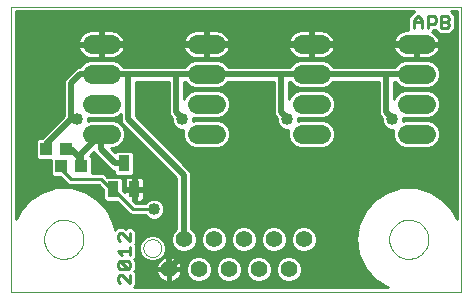
<source format=gtl>
G75*
G70*
%OFA0B0*%
%FSLAX24Y24*%
%IPPOS*%
%LPD*%
%AMOC8*
5,1,8,0,0,1.08239X$1,22.5*
%
%ADD10C,0.0000*%
%ADD11C,0.0100*%
%ADD12C,0.0634*%
%ADD13R,0.0394X0.0433*%
%ADD14C,0.0560*%
%ADD15R,0.0354X0.0551*%
%ADD16C,0.0200*%
%ADD17C,0.0400*%
D10*
X000151Y000524D02*
X000151Y010024D01*
X015151Y010024D01*
X015151Y000524D01*
X000151Y000524D01*
X001251Y002274D02*
X001253Y002324D01*
X001259Y002374D01*
X001269Y002424D01*
X001282Y002472D01*
X001299Y002520D01*
X001320Y002566D01*
X001344Y002610D01*
X001372Y002652D01*
X001403Y002692D01*
X001437Y002729D01*
X001474Y002764D01*
X001513Y002795D01*
X001554Y002824D01*
X001598Y002849D01*
X001644Y002871D01*
X001691Y002889D01*
X001739Y002903D01*
X001788Y002914D01*
X001838Y002921D01*
X001888Y002924D01*
X001939Y002923D01*
X001989Y002918D01*
X002039Y002909D01*
X002087Y002897D01*
X002135Y002880D01*
X002181Y002860D01*
X002226Y002837D01*
X002269Y002810D01*
X002309Y002780D01*
X002347Y002747D01*
X002382Y002711D01*
X002415Y002672D01*
X002444Y002631D01*
X002470Y002588D01*
X002493Y002543D01*
X002512Y002496D01*
X002527Y002448D01*
X002539Y002399D01*
X002547Y002349D01*
X002551Y002299D01*
X002551Y002249D01*
X002547Y002199D01*
X002539Y002149D01*
X002527Y002100D01*
X002512Y002052D01*
X002493Y002005D01*
X002470Y001960D01*
X002444Y001917D01*
X002415Y001876D01*
X002382Y001837D01*
X002347Y001801D01*
X002309Y001768D01*
X002269Y001738D01*
X002226Y001711D01*
X002181Y001688D01*
X002135Y001668D01*
X002087Y001651D01*
X002039Y001639D01*
X001989Y001630D01*
X001939Y001625D01*
X001888Y001624D01*
X001838Y001627D01*
X001788Y001634D01*
X001739Y001645D01*
X001691Y001659D01*
X001644Y001677D01*
X001598Y001699D01*
X001554Y001724D01*
X001513Y001753D01*
X001474Y001784D01*
X001437Y001819D01*
X001403Y001856D01*
X001372Y001896D01*
X001344Y001938D01*
X001320Y001982D01*
X001299Y002028D01*
X001282Y002076D01*
X001269Y002124D01*
X001259Y002174D01*
X001253Y002224D01*
X001251Y002274D01*
X004557Y001983D02*
X004559Y002017D01*
X004565Y002051D01*
X004575Y002084D01*
X004588Y002115D01*
X004606Y002145D01*
X004626Y002173D01*
X004650Y002198D01*
X004676Y002220D01*
X004704Y002238D01*
X004735Y002254D01*
X004767Y002266D01*
X004801Y002274D01*
X004835Y002278D01*
X004869Y002278D01*
X004903Y002274D01*
X004937Y002266D01*
X004969Y002254D01*
X004999Y002238D01*
X005028Y002220D01*
X005054Y002198D01*
X005078Y002173D01*
X005098Y002145D01*
X005116Y002115D01*
X005129Y002084D01*
X005139Y002051D01*
X005145Y002017D01*
X005147Y001983D01*
X005145Y001949D01*
X005139Y001915D01*
X005129Y001882D01*
X005116Y001851D01*
X005098Y001821D01*
X005078Y001793D01*
X005054Y001768D01*
X005028Y001746D01*
X005000Y001728D01*
X004969Y001712D01*
X004937Y001700D01*
X004903Y001692D01*
X004869Y001688D01*
X004835Y001688D01*
X004801Y001692D01*
X004767Y001700D01*
X004735Y001712D01*
X004704Y001728D01*
X004676Y001746D01*
X004650Y001768D01*
X004626Y001793D01*
X004606Y001821D01*
X004588Y001851D01*
X004575Y001882D01*
X004565Y001915D01*
X004559Y001949D01*
X004557Y001983D01*
X012751Y002274D02*
X012753Y002324D01*
X012759Y002374D01*
X012769Y002424D01*
X012782Y002472D01*
X012799Y002520D01*
X012820Y002566D01*
X012844Y002610D01*
X012872Y002652D01*
X012903Y002692D01*
X012937Y002729D01*
X012974Y002764D01*
X013013Y002795D01*
X013054Y002824D01*
X013098Y002849D01*
X013144Y002871D01*
X013191Y002889D01*
X013239Y002903D01*
X013288Y002914D01*
X013338Y002921D01*
X013388Y002924D01*
X013439Y002923D01*
X013489Y002918D01*
X013539Y002909D01*
X013587Y002897D01*
X013635Y002880D01*
X013681Y002860D01*
X013726Y002837D01*
X013769Y002810D01*
X013809Y002780D01*
X013847Y002747D01*
X013882Y002711D01*
X013915Y002672D01*
X013944Y002631D01*
X013970Y002588D01*
X013993Y002543D01*
X014012Y002496D01*
X014027Y002448D01*
X014039Y002399D01*
X014047Y002349D01*
X014051Y002299D01*
X014051Y002249D01*
X014047Y002199D01*
X014039Y002149D01*
X014027Y002100D01*
X014012Y002052D01*
X013993Y002005D01*
X013970Y001960D01*
X013944Y001917D01*
X013915Y001876D01*
X013882Y001837D01*
X013847Y001801D01*
X013809Y001768D01*
X013769Y001738D01*
X013726Y001711D01*
X013681Y001688D01*
X013635Y001668D01*
X013587Y001651D01*
X013539Y001639D01*
X013489Y001630D01*
X013439Y001625D01*
X013388Y001624D01*
X013338Y001627D01*
X013288Y001634D01*
X013239Y001645D01*
X013191Y001659D01*
X013144Y001677D01*
X013098Y001699D01*
X013054Y001724D01*
X013013Y001753D01*
X012974Y001784D01*
X012937Y001819D01*
X012903Y001856D01*
X012872Y001896D01*
X012844Y001938D01*
X012820Y001982D01*
X012799Y002028D01*
X012782Y002076D01*
X012769Y002124D01*
X012759Y002174D01*
X012753Y002224D01*
X012751Y002274D01*
D11*
X011676Y002101D02*
X010295Y002101D01*
X010266Y002031D02*
X010331Y002189D01*
X010331Y002360D01*
X010266Y002518D01*
X010145Y002639D01*
X009987Y002704D01*
X009816Y002704D01*
X009658Y002639D01*
X009537Y002518D01*
X009471Y002360D01*
X009471Y002189D01*
X009537Y002031D01*
X009658Y001910D01*
X009816Y001844D01*
X009987Y001844D01*
X010145Y001910D01*
X010266Y002031D01*
X010237Y002002D02*
X011690Y002002D01*
X011704Y001904D02*
X010131Y001904D01*
X010331Y002199D02*
X011662Y002199D01*
X011651Y002274D02*
X011722Y001781D01*
X011929Y001328D01*
X012255Y000952D01*
X012255Y000952D01*
X012674Y000682D01*
X012702Y000674D01*
X004234Y000674D01*
X004301Y000741D01*
X004301Y000907D01*
X004301Y001174D01*
X004254Y001221D01*
X004301Y001268D01*
X004301Y001434D01*
X004301Y001455D01*
X004301Y001567D01*
X004301Y001567D01*
X004301Y001567D01*
X004256Y001613D01*
X004254Y001615D01*
X004301Y001662D01*
X004301Y002095D01*
X004287Y002108D01*
X004301Y002122D01*
X004301Y002288D01*
X004301Y002555D01*
X004184Y002672D01*
X004018Y002672D01*
X003968Y002621D01*
X003917Y002672D01*
X003850Y002672D01*
X003685Y002672D01*
X003618Y002605D01*
X003605Y002593D01*
X003580Y002767D01*
X003373Y003220D01*
X003373Y003220D01*
X003047Y003597D01*
X002628Y003866D01*
X002150Y004006D01*
X001652Y004006D01*
X001174Y003866D01*
X000755Y003597D01*
X000755Y003597D01*
X000755Y003597D01*
X000429Y003220D01*
X000301Y002940D01*
X000301Y009874D01*
X013570Y009874D01*
X013561Y009865D01*
X013370Y009674D01*
X013370Y009607D01*
X013370Y009441D01*
X013370Y009241D01*
X013370Y009241D01*
X013298Y009241D01*
X013225Y009229D01*
X013155Y009207D01*
X013090Y009173D01*
X013030Y009130D01*
X012978Y009078D01*
X012935Y009019D01*
X012902Y008953D01*
X012879Y008883D01*
X012869Y008823D01*
X013602Y008823D01*
X013602Y008726D01*
X012869Y008726D01*
X012879Y008665D01*
X012902Y008595D01*
X012935Y008529D01*
X012978Y008470D01*
X013030Y008418D01*
X013090Y008375D01*
X013155Y008341D01*
X013225Y008319D01*
X013298Y008307D01*
X013603Y008307D01*
X013603Y008725D01*
X013700Y008725D01*
X013700Y008307D01*
X014005Y008307D01*
X014077Y008319D01*
X014147Y008341D01*
X014213Y008375D01*
X014272Y008418D01*
X014324Y008470D01*
X014367Y008529D01*
X014401Y008595D01*
X014423Y008665D01*
X014433Y008726D01*
X013700Y008726D01*
X013700Y008823D01*
X014433Y008823D01*
X014423Y008883D01*
X014401Y008953D01*
X014367Y009019D01*
X014324Y009078D01*
X014272Y009130D01*
X014213Y009173D01*
X014179Y009190D01*
X014230Y009241D01*
X014230Y009258D01*
X014291Y009258D01*
X014291Y009241D01*
X014408Y009124D01*
X014692Y009124D01*
X014774Y009124D01*
X014840Y009191D01*
X014840Y009191D01*
X014956Y009307D01*
X014958Y009308D01*
X014958Y009390D01*
X014958Y009474D01*
X014958Y009540D01*
X014958Y009674D01*
X014958Y009741D01*
X014840Y009858D01*
X014824Y009874D01*
X015001Y009874D01*
X015001Y002940D01*
X014873Y003220D01*
X014873Y003220D01*
X014547Y003597D01*
X014128Y003866D01*
X013650Y004006D01*
X013152Y004006D01*
X012674Y003866D01*
X012255Y003597D01*
X012255Y003597D01*
X012255Y003597D01*
X011929Y003220D01*
X011722Y002767D01*
X011651Y002274D01*
X011651Y002274D01*
X011655Y002298D02*
X010331Y002298D01*
X010316Y002396D02*
X011669Y002396D01*
X011683Y002495D02*
X010275Y002495D01*
X010190Y002594D02*
X011697Y002594D01*
X011711Y002692D02*
X010016Y002692D01*
X009787Y002692D02*
X009016Y002692D01*
X008987Y002704D02*
X008816Y002704D01*
X008658Y002639D01*
X008537Y002518D01*
X008471Y002360D01*
X008471Y002189D01*
X008537Y002031D01*
X008658Y001910D01*
X008816Y001844D01*
X008987Y001844D01*
X009145Y001910D01*
X009266Y002031D01*
X009331Y002189D01*
X009331Y002360D01*
X009266Y002518D01*
X009145Y002639D01*
X008987Y002704D01*
X008787Y002692D02*
X008016Y002692D01*
X007987Y002704D02*
X007816Y002704D01*
X007658Y002639D01*
X007537Y002518D01*
X007471Y002360D01*
X007471Y002189D01*
X007537Y002031D01*
X007658Y001910D01*
X007816Y001844D01*
X007987Y001844D01*
X008145Y001910D01*
X008266Y002031D01*
X008331Y002189D01*
X008331Y002360D01*
X008266Y002518D01*
X008145Y002639D01*
X007987Y002704D01*
X007787Y002692D02*
X007016Y002692D01*
X006987Y002704D02*
X007145Y002639D01*
X007266Y002518D01*
X007331Y002360D01*
X007331Y002189D01*
X007266Y002031D01*
X007145Y001910D01*
X006987Y001844D01*
X006816Y001844D01*
X006658Y001910D01*
X006537Y002031D01*
X006471Y002189D01*
X006471Y002360D01*
X006537Y002518D01*
X006658Y002639D01*
X006816Y002704D01*
X006987Y002704D01*
X006787Y002692D02*
X006151Y002692D01*
X006151Y002632D02*
X006151Y004374D01*
X006151Y004474D01*
X006113Y004566D01*
X004301Y006378D01*
X004301Y007524D01*
X005401Y007524D01*
X005401Y006474D01*
X005439Y006382D01*
X005501Y006321D01*
X005501Y006204D01*
X005554Y006076D01*
X005653Y005977D01*
X005782Y005924D01*
X005891Y005924D01*
X005867Y005867D01*
X005867Y005681D01*
X005939Y005510D01*
X006070Y005378D01*
X006241Y005307D01*
X007061Y005307D01*
X007232Y005378D01*
X007364Y005510D01*
X007435Y005681D01*
X007435Y005867D01*
X007364Y006039D01*
X007232Y006170D01*
X007061Y006241D01*
X006241Y006241D01*
X006201Y006224D01*
X006201Y006324D01*
X006241Y006307D01*
X007061Y006307D01*
X007232Y006378D01*
X007364Y006510D01*
X007435Y006681D01*
X007435Y006867D01*
X007364Y007039D01*
X007232Y007170D01*
X007061Y007241D01*
X006241Y007241D01*
X006070Y007170D01*
X005939Y007039D01*
X005901Y006948D01*
X005901Y007524D01*
X005933Y007524D01*
X005939Y007510D01*
X006070Y007378D01*
X006241Y007307D01*
X007061Y007307D01*
X007232Y007378D01*
X007364Y007510D01*
X007370Y007524D01*
X008901Y007524D01*
X008901Y006474D01*
X008939Y006382D01*
X009001Y006321D01*
X009001Y006204D01*
X009054Y006076D01*
X009153Y005977D01*
X009282Y005924D01*
X009391Y005924D01*
X009367Y005867D01*
X009367Y005681D01*
X009439Y005510D01*
X009570Y005378D01*
X009741Y005307D01*
X010561Y005307D01*
X010732Y005378D01*
X010864Y005510D01*
X010935Y005681D01*
X010935Y005867D01*
X010864Y006039D01*
X010732Y006170D01*
X010561Y006241D01*
X009741Y006241D01*
X009701Y006224D01*
X009701Y006324D01*
X009741Y006307D01*
X010561Y006307D01*
X010732Y006378D01*
X010864Y006510D01*
X010935Y006681D01*
X010935Y006867D01*
X010864Y007039D01*
X010732Y007170D01*
X010561Y007241D01*
X009741Y007241D01*
X009570Y007170D01*
X009439Y007039D01*
X009401Y006948D01*
X009401Y007524D01*
X009433Y007524D01*
X009439Y007510D01*
X009570Y007378D01*
X009741Y007307D01*
X010561Y007307D01*
X010732Y007378D01*
X010864Y007510D01*
X010870Y007524D01*
X012401Y007524D01*
X012401Y006474D01*
X012439Y006382D01*
X012501Y006321D01*
X012501Y006204D01*
X012554Y006076D01*
X012653Y005977D01*
X012782Y005924D01*
X012891Y005924D01*
X012867Y005867D01*
X012867Y005681D01*
X012939Y005510D01*
X013070Y005378D01*
X013241Y005307D01*
X014061Y005307D01*
X014232Y005378D01*
X014364Y005510D01*
X014435Y005681D01*
X014435Y005867D01*
X014364Y006039D01*
X014232Y006170D01*
X014061Y006241D01*
X013241Y006241D01*
X013201Y006224D01*
X013201Y006324D01*
X013241Y006307D01*
X014061Y006307D01*
X014232Y006378D01*
X014364Y006510D01*
X014435Y006681D01*
X014435Y006867D01*
X014364Y007039D01*
X014232Y007170D01*
X014061Y007241D01*
X013241Y007241D01*
X013070Y007170D01*
X012939Y007039D01*
X012901Y006948D01*
X012901Y007524D01*
X012933Y007524D01*
X012939Y007510D01*
X013070Y007378D01*
X013241Y007307D01*
X014061Y007307D01*
X014232Y007378D01*
X014364Y007510D01*
X014435Y007681D01*
X014435Y007867D01*
X014364Y008039D01*
X014232Y008170D01*
X014061Y008241D01*
X013241Y008241D01*
X013070Y008170D01*
X012939Y008039D01*
X012933Y008024D01*
X012601Y008024D01*
X010870Y008024D01*
X010864Y008039D01*
X010732Y008170D01*
X010561Y008241D01*
X009741Y008241D01*
X009570Y008170D01*
X009439Y008039D01*
X009433Y008024D01*
X009101Y008024D01*
X007370Y008024D01*
X007364Y008039D01*
X007232Y008170D01*
X007061Y008241D01*
X006241Y008241D01*
X006070Y008170D01*
X005939Y008039D01*
X005933Y008024D01*
X005701Y008024D01*
X005601Y008024D01*
X004101Y008024D01*
X004001Y008024D01*
X003870Y008024D01*
X003864Y008039D01*
X003732Y008170D01*
X003561Y008241D01*
X002741Y008241D01*
X002570Y008170D01*
X002439Y008039D01*
X002433Y008024D01*
X002401Y008024D01*
X002310Y007986D01*
X001939Y007616D01*
X001901Y007524D01*
X001901Y007424D01*
X001901Y006378D01*
X001164Y005641D01*
X001058Y005641D01*
X000970Y005553D01*
X000970Y004995D01*
X001058Y004908D01*
X001470Y004908D01*
X001470Y004445D01*
X001558Y004358D01*
X001785Y004358D01*
X001951Y004191D01*
X002068Y004074D01*
X003068Y004074D01*
X003220Y003923D01*
X003220Y003603D01*
X003308Y003515D01*
X003690Y003515D01*
X004131Y003074D01*
X004297Y003074D01*
X004606Y003074D01*
X004703Y002977D01*
X004832Y002924D01*
X004971Y002924D01*
X005099Y002977D01*
X005198Y003076D01*
X005251Y003204D01*
X005251Y003344D01*
X005198Y003472D01*
X005099Y003571D01*
X004971Y003624D01*
X004832Y003624D01*
X004703Y003571D01*
X004606Y003474D01*
X004297Y003474D01*
X004217Y003554D01*
X004217Y003902D01*
X004294Y003902D01*
X004294Y003515D01*
X004452Y003515D01*
X004491Y003526D01*
X004525Y003545D01*
X004553Y003573D01*
X004572Y003608D01*
X004583Y003646D01*
X004583Y003902D01*
X004294Y003902D01*
X004294Y003980D01*
X004217Y003980D01*
X004217Y004367D01*
X004059Y004367D01*
X004020Y004356D01*
X003986Y004337D01*
X003958Y004309D01*
X003939Y004274D01*
X003928Y004236D01*
X003928Y003980D01*
X004217Y003980D01*
X004217Y003902D01*
X003928Y003902D01*
X003928Y003842D01*
X003874Y003897D01*
X003874Y004279D01*
X003786Y004367D01*
X003341Y004367D01*
X005604Y004367D01*
X005651Y004321D02*
X005651Y002632D01*
X005537Y002518D01*
X005471Y002360D01*
X005471Y002189D01*
X005537Y002031D01*
X005658Y001910D01*
X005816Y001844D01*
X005987Y001844D01*
X006145Y001910D01*
X006266Y002031D01*
X006331Y002189D01*
X006331Y002360D01*
X006266Y002518D01*
X006151Y002632D01*
X006190Y002594D02*
X006613Y002594D01*
X006527Y002495D02*
X006275Y002495D01*
X006316Y002396D02*
X006486Y002396D01*
X006471Y002298D02*
X006331Y002298D01*
X006331Y002199D02*
X006471Y002199D01*
X006508Y002101D02*
X006295Y002101D01*
X006237Y002002D02*
X006565Y002002D01*
X006672Y001904D02*
X006131Y001904D01*
X006158Y001639D02*
X006037Y001518D01*
X005971Y001360D01*
X005971Y001189D01*
X006037Y001031D01*
X006158Y000910D01*
X006316Y000844D01*
X006487Y000844D01*
X006645Y000910D01*
X006766Y001031D01*
X006831Y001189D01*
X006831Y001360D01*
X006766Y001518D01*
X006645Y001639D01*
X006487Y001704D01*
X006316Y001704D01*
X006158Y001639D01*
X006127Y001608D02*
X005673Y001608D01*
X005681Y001602D02*
X005627Y001642D01*
X005566Y001673D01*
X005502Y001693D01*
X005435Y001704D01*
X005431Y001704D01*
X005431Y001304D01*
X005371Y001304D01*
X005371Y001244D01*
X004971Y001244D01*
X004971Y001240D01*
X004982Y001173D01*
X005003Y001109D01*
X005033Y001049D01*
X005073Y000994D01*
X005121Y000946D01*
X005176Y000906D01*
X005236Y000876D01*
X005300Y000855D01*
X005367Y000844D01*
X005371Y000844D01*
X005371Y001244D01*
X005431Y001244D01*
X005431Y000844D01*
X005435Y000844D01*
X005502Y000855D01*
X005566Y000876D01*
X005627Y000906D01*
X005681Y000946D01*
X005729Y000994D01*
X005769Y001049D01*
X005800Y001109D01*
X005821Y001173D01*
X005831Y001240D01*
X005831Y001244D01*
X005431Y001244D01*
X005431Y001304D01*
X005831Y001304D01*
X005831Y001308D01*
X005821Y001375D01*
X005800Y001439D01*
X005769Y001499D01*
X005729Y001554D01*
X005681Y001602D01*
X005762Y001510D02*
X006033Y001510D01*
X005992Y001411D02*
X005809Y001411D01*
X005830Y001312D02*
X005971Y001312D01*
X005971Y001214D02*
X005827Y001214D01*
X005802Y001115D02*
X006001Y001115D01*
X006050Y001017D02*
X005746Y001017D01*
X005643Y000918D02*
X006149Y000918D01*
X006653Y000918D02*
X007149Y000918D01*
X007158Y000910D02*
X007037Y001031D01*
X006971Y001189D01*
X006971Y001360D01*
X007037Y001518D01*
X007158Y001639D01*
X007316Y001704D01*
X007487Y001704D01*
X007645Y001639D01*
X007766Y001518D01*
X007831Y001360D01*
X007831Y001189D01*
X007766Y001031D01*
X007645Y000910D01*
X007487Y000844D01*
X007316Y000844D01*
X007158Y000910D01*
X007050Y001017D02*
X006752Y001017D01*
X006801Y001115D02*
X007001Y001115D01*
X006971Y001214D02*
X006831Y001214D01*
X006831Y001312D02*
X006971Y001312D01*
X006992Y001411D02*
X006810Y001411D01*
X006769Y001510D02*
X007033Y001510D01*
X007127Y001608D02*
X006675Y001608D01*
X007131Y001904D02*
X007672Y001904D01*
X007565Y002002D02*
X007237Y002002D01*
X007295Y002101D02*
X007508Y002101D01*
X007471Y002199D02*
X007331Y002199D01*
X007331Y002298D02*
X007471Y002298D01*
X007486Y002396D02*
X007316Y002396D01*
X007275Y002495D02*
X007527Y002495D01*
X007613Y002594D02*
X007190Y002594D01*
X008190Y002594D02*
X008613Y002594D01*
X008527Y002495D02*
X008275Y002495D01*
X008316Y002396D02*
X008486Y002396D01*
X008471Y002298D02*
X008331Y002298D01*
X008331Y002199D02*
X008471Y002199D01*
X008508Y002101D02*
X008295Y002101D01*
X008237Y002002D02*
X008565Y002002D01*
X008672Y001904D02*
X008131Y001904D01*
X008158Y001639D02*
X008037Y001518D01*
X007971Y001360D01*
X007971Y001189D01*
X008037Y001031D01*
X008158Y000910D01*
X008316Y000844D01*
X008487Y000844D01*
X008645Y000910D01*
X008766Y001031D01*
X008831Y001189D01*
X008831Y001360D01*
X008766Y001518D01*
X008645Y001639D01*
X008487Y001704D01*
X008316Y001704D01*
X008158Y001639D01*
X008127Y001608D02*
X007675Y001608D01*
X007769Y001510D02*
X008033Y001510D01*
X007992Y001411D02*
X007810Y001411D01*
X007831Y001312D02*
X007971Y001312D01*
X007971Y001214D02*
X007831Y001214D01*
X007801Y001115D02*
X008001Y001115D01*
X008050Y001017D02*
X007752Y001017D01*
X007653Y000918D02*
X008149Y000918D01*
X008653Y000918D02*
X009149Y000918D01*
X009158Y000910D02*
X009316Y000844D01*
X009487Y000844D01*
X009645Y000910D01*
X009766Y001031D01*
X009831Y001189D01*
X009831Y001360D01*
X009766Y001518D01*
X009645Y001639D01*
X009487Y001704D01*
X009316Y001704D01*
X009158Y001639D01*
X009037Y001518D01*
X008971Y001360D01*
X008971Y001189D01*
X009037Y001031D01*
X009158Y000910D01*
X009050Y001017D02*
X008752Y001017D01*
X008801Y001115D02*
X009001Y001115D01*
X008971Y001214D02*
X008831Y001214D01*
X008831Y001312D02*
X008971Y001312D01*
X008992Y001411D02*
X008810Y001411D01*
X008769Y001510D02*
X009033Y001510D01*
X009127Y001608D02*
X008675Y001608D01*
X009131Y001904D02*
X009672Y001904D01*
X009565Y002002D02*
X009237Y002002D01*
X009295Y002101D02*
X009508Y002101D01*
X009471Y002199D02*
X009331Y002199D01*
X009331Y002298D02*
X009471Y002298D01*
X009486Y002396D02*
X009316Y002396D01*
X009275Y002495D02*
X009527Y002495D01*
X009613Y002594D02*
X009190Y002594D01*
X009675Y001608D02*
X011801Y001608D01*
X011846Y001510D02*
X009769Y001510D01*
X009810Y001411D02*
X011891Y001411D01*
X011929Y001328D02*
X011929Y001328D01*
X011942Y001312D02*
X009831Y001312D01*
X009831Y001214D02*
X012028Y001214D01*
X012113Y001115D02*
X009801Y001115D01*
X009752Y001017D02*
X012199Y001017D01*
X012307Y000918D02*
X009653Y000918D01*
X011722Y001781D02*
X011722Y001781D01*
X011719Y001805D02*
X005260Y001805D01*
X005229Y001731D02*
X005297Y001894D01*
X005297Y002071D01*
X005229Y002235D01*
X005104Y002360D01*
X004941Y002428D01*
X004763Y002428D01*
X004600Y002360D01*
X004474Y002235D01*
X004407Y002071D01*
X004407Y001894D01*
X004474Y001731D01*
X004600Y001605D01*
X004763Y001537D01*
X004941Y001537D01*
X005104Y001605D01*
X005229Y001731D01*
X005206Y001707D02*
X011756Y001707D01*
X012460Y000820D02*
X004301Y000820D01*
X004301Y000918D02*
X005159Y000918D01*
X005057Y001017D02*
X004301Y001017D01*
X004301Y001115D02*
X005001Y001115D01*
X004975Y001214D02*
X004261Y001214D01*
X004301Y001312D02*
X004972Y001312D01*
X004971Y001308D02*
X004971Y001304D01*
X005371Y001304D01*
X005371Y001704D01*
X005367Y001704D01*
X005300Y001693D01*
X005236Y001673D01*
X005176Y001642D01*
X005121Y001602D01*
X005073Y001554D01*
X005033Y001499D01*
X005003Y001439D01*
X004982Y001375D01*
X004971Y001308D01*
X004994Y001411D02*
X004301Y001411D01*
X004301Y001510D02*
X005041Y001510D01*
X005107Y001608D02*
X005129Y001608D01*
X005371Y001608D02*
X005431Y001608D01*
X005431Y001510D02*
X005371Y001510D01*
X005371Y001411D02*
X005431Y001411D01*
X005431Y001312D02*
X005371Y001312D01*
X005371Y001214D02*
X005431Y001214D01*
X005431Y001115D02*
X005371Y001115D01*
X005371Y001017D02*
X005431Y001017D01*
X005431Y000918D02*
X005371Y000918D01*
X004597Y001608D02*
X004261Y001608D01*
X004301Y001707D02*
X004498Y001707D01*
X004444Y001805D02*
X004301Y001805D01*
X004301Y001904D02*
X004407Y001904D01*
X004407Y002002D02*
X004301Y002002D01*
X004295Y002101D02*
X004419Y002101D01*
X004460Y002199D02*
X004301Y002199D01*
X004301Y002298D02*
X004537Y002298D01*
X004687Y002396D02*
X004301Y002396D01*
X004301Y002495D02*
X005527Y002495D01*
X005486Y002396D02*
X005017Y002396D01*
X005166Y002298D02*
X005471Y002298D01*
X005471Y002199D02*
X005244Y002199D01*
X005285Y002101D02*
X005508Y002101D01*
X005565Y002002D02*
X005297Y002002D01*
X005297Y001904D02*
X005672Y001904D01*
X005613Y002594D02*
X004263Y002594D01*
X004101Y002472D02*
X004101Y002205D01*
X003834Y002472D01*
X003768Y002472D01*
X003701Y002405D01*
X003701Y002272D01*
X003768Y002205D01*
X004101Y002012D02*
X004101Y001745D01*
X004101Y001878D02*
X003701Y001878D01*
X003834Y001745D01*
X003768Y001551D02*
X004034Y001284D01*
X004101Y001351D01*
X004101Y001485D01*
X004034Y001551D01*
X003768Y001551D01*
X003701Y001485D01*
X003701Y001351D01*
X003768Y001284D01*
X004034Y001284D01*
X004101Y001091D02*
X004101Y000824D01*
X003834Y001091D01*
X003768Y001091D01*
X003701Y001024D01*
X003701Y000891D01*
X003768Y000824D01*
X004281Y000721D02*
X012614Y000721D01*
X012674Y000682D02*
X012674Y000682D01*
X011722Y002767D02*
X011722Y002767D01*
X011733Y002791D02*
X006151Y002791D01*
X006151Y002889D02*
X011778Y002889D01*
X011823Y002988D02*
X006151Y002988D01*
X006151Y003086D02*
X011868Y003086D01*
X011913Y003185D02*
X006151Y003185D01*
X006151Y003283D02*
X011984Y003283D01*
X011929Y003220D02*
X011929Y003220D01*
X012069Y003382D02*
X006151Y003382D01*
X006151Y003480D02*
X012154Y003480D01*
X012240Y003579D02*
X006151Y003579D01*
X006151Y003677D02*
X012381Y003677D01*
X012534Y003776D02*
X006151Y003776D01*
X006151Y003875D02*
X012704Y003875D01*
X012674Y003866D02*
X012674Y003866D01*
X013039Y003973D02*
X006151Y003973D01*
X006151Y004072D02*
X015001Y004072D01*
X015001Y004170D02*
X006151Y004170D01*
X006151Y004269D02*
X015001Y004269D01*
X015001Y004367D02*
X006151Y004367D01*
X006151Y004466D02*
X015001Y004466D01*
X015001Y004564D02*
X006114Y004564D01*
X006016Y004663D02*
X015001Y004663D01*
X015001Y004761D02*
X005917Y004761D01*
X005819Y004860D02*
X015001Y004860D01*
X015001Y004959D02*
X005720Y004959D01*
X005622Y005057D02*
X015001Y005057D01*
X015001Y005156D02*
X005523Y005156D01*
X005425Y005254D02*
X015001Y005254D01*
X015001Y005353D02*
X014171Y005353D01*
X014305Y005451D02*
X015001Y005451D01*
X015001Y005550D02*
X014380Y005550D01*
X014421Y005648D02*
X015001Y005648D01*
X015001Y005747D02*
X014435Y005747D01*
X014435Y005845D02*
X015001Y005845D01*
X015001Y005944D02*
X014403Y005944D01*
X014360Y006043D02*
X015001Y006043D01*
X015001Y006141D02*
X014261Y006141D01*
X014064Y006240D02*
X015001Y006240D01*
X015001Y006338D02*
X014135Y006338D01*
X014291Y006437D02*
X015001Y006437D01*
X015001Y006535D02*
X014374Y006535D01*
X014415Y006634D02*
X015001Y006634D01*
X015001Y006732D02*
X014435Y006732D01*
X014435Y006831D02*
X015001Y006831D01*
X015001Y006929D02*
X014409Y006929D01*
X014368Y007028D02*
X015001Y007028D01*
X015001Y007126D02*
X014276Y007126D01*
X014099Y007225D02*
X015001Y007225D01*
X015001Y007324D02*
X014100Y007324D01*
X014276Y007422D02*
X015001Y007422D01*
X015001Y007521D02*
X014368Y007521D01*
X014409Y007619D02*
X015001Y007619D01*
X015001Y007718D02*
X014435Y007718D01*
X014435Y007816D02*
X015001Y007816D01*
X015001Y007915D02*
X014415Y007915D01*
X014374Y008013D02*
X015001Y008013D01*
X015001Y008112D02*
X014290Y008112D01*
X014134Y008210D02*
X015001Y008210D01*
X015001Y008309D02*
X014016Y008309D01*
X014258Y008408D02*
X015001Y008408D01*
X015001Y008506D02*
X014350Y008506D01*
X014404Y008605D02*
X015001Y008605D01*
X015001Y008703D02*
X014429Y008703D01*
X014418Y008900D02*
X015001Y008900D01*
X015001Y008802D02*
X013700Y008802D01*
X013602Y008802D02*
X010200Y008802D01*
X010200Y008823D02*
X010933Y008823D01*
X010923Y008883D01*
X010901Y008953D01*
X010867Y009019D01*
X010824Y009078D01*
X010772Y009130D01*
X010713Y009173D01*
X010647Y009207D01*
X010577Y009229D01*
X010505Y009241D01*
X010200Y009241D01*
X010200Y008823D01*
X010103Y008823D01*
X010103Y009241D01*
X009798Y009241D01*
X009725Y009229D01*
X009655Y009207D01*
X009590Y009173D01*
X009530Y009130D01*
X009478Y009078D01*
X009435Y009019D01*
X009402Y008953D01*
X009379Y008883D01*
X009369Y008823D01*
X010102Y008823D01*
X010102Y008726D01*
X009369Y008726D01*
X009379Y008665D01*
X009402Y008595D01*
X009435Y008529D01*
X009478Y008470D01*
X009530Y008418D01*
X009590Y008375D01*
X009655Y008341D01*
X009725Y008319D01*
X009798Y008307D01*
X010103Y008307D01*
X010103Y008725D01*
X010200Y008725D01*
X010200Y008307D01*
X010505Y008307D01*
X010577Y008319D01*
X010647Y008341D01*
X010713Y008375D01*
X010772Y008418D01*
X010824Y008470D01*
X010867Y008529D01*
X010901Y008595D01*
X010923Y008665D01*
X010933Y008726D01*
X010200Y008726D01*
X010200Y008823D01*
X010200Y008900D02*
X010103Y008900D01*
X010102Y008802D02*
X006700Y008802D01*
X006700Y008823D02*
X007433Y008823D01*
X007423Y008883D01*
X007401Y008953D01*
X007367Y009019D01*
X007324Y009078D01*
X007272Y009130D01*
X007213Y009173D01*
X007147Y009207D01*
X007077Y009229D01*
X007005Y009241D01*
X006700Y009241D01*
X006700Y008823D01*
X006603Y008823D01*
X006603Y009241D01*
X006298Y009241D01*
X006225Y009229D01*
X006155Y009207D01*
X006090Y009173D01*
X006030Y009130D01*
X005978Y009078D01*
X005935Y009019D01*
X005902Y008953D01*
X005879Y008883D01*
X005869Y008823D01*
X006602Y008823D01*
X006602Y008726D01*
X005869Y008726D01*
X005879Y008665D01*
X005902Y008595D01*
X005935Y008529D01*
X005978Y008470D01*
X006030Y008418D01*
X006090Y008375D01*
X006155Y008341D01*
X006225Y008319D01*
X006298Y008307D01*
X006603Y008307D01*
X006603Y008725D01*
X006700Y008725D01*
X006700Y008307D01*
X007005Y008307D01*
X007077Y008319D01*
X007147Y008341D01*
X007213Y008375D01*
X007272Y008418D01*
X007324Y008470D01*
X007367Y008529D01*
X007401Y008595D01*
X007423Y008665D01*
X007433Y008726D01*
X006700Y008726D01*
X006700Y008823D01*
X006700Y008900D02*
X006603Y008900D01*
X006602Y008802D02*
X003200Y008802D01*
X003200Y008823D02*
X003933Y008823D01*
X003923Y008883D01*
X003901Y008953D01*
X003867Y009019D01*
X003824Y009078D01*
X003772Y009130D01*
X003713Y009173D01*
X003647Y009207D01*
X003577Y009229D01*
X003505Y009241D01*
X003200Y009241D01*
X003200Y008823D01*
X003103Y008823D01*
X003103Y009241D01*
X002798Y009241D01*
X002725Y009229D01*
X002655Y009207D01*
X002590Y009173D01*
X002530Y009130D01*
X002478Y009078D01*
X002435Y009019D01*
X002402Y008953D01*
X002379Y008883D01*
X002369Y008823D01*
X003102Y008823D01*
X003102Y008726D01*
X002369Y008726D01*
X002379Y008665D01*
X002402Y008595D01*
X002435Y008529D01*
X002478Y008470D01*
X002530Y008418D01*
X002590Y008375D01*
X002655Y008341D01*
X002725Y008319D01*
X002798Y008307D01*
X003103Y008307D01*
X003103Y008725D01*
X003200Y008725D01*
X003200Y008307D01*
X003505Y008307D01*
X003577Y008319D01*
X003647Y008341D01*
X003713Y008375D01*
X003772Y008418D01*
X003824Y008470D01*
X003867Y008529D01*
X003901Y008595D01*
X003923Y008665D01*
X003933Y008726D01*
X003200Y008726D01*
X003200Y008823D01*
X003200Y008900D02*
X003103Y008900D01*
X003102Y008802D02*
X000301Y008802D01*
X000301Y008900D02*
X002384Y008900D01*
X002425Y008999D02*
X000301Y008999D01*
X000301Y009097D02*
X002497Y009097D01*
X002634Y009196D02*
X000301Y009196D01*
X000301Y009294D02*
X013370Y009294D01*
X013370Y009393D02*
X000301Y009393D01*
X000301Y009492D02*
X013370Y009492D01*
X013370Y009590D02*
X000301Y009590D01*
X000301Y009689D02*
X013385Y009689D01*
X013483Y009787D02*
X000301Y009787D01*
X000301Y008703D02*
X002373Y008703D01*
X002399Y008605D02*
X000301Y008605D01*
X000301Y008506D02*
X002452Y008506D01*
X002545Y008408D02*
X000301Y008408D01*
X000301Y008309D02*
X002786Y008309D01*
X002668Y008210D02*
X000301Y008210D01*
X000301Y008112D02*
X002512Y008112D01*
X002376Y008013D02*
X000301Y008013D01*
X000301Y007915D02*
X002238Y007915D01*
X002140Y007816D02*
X000301Y007816D01*
X000301Y007718D02*
X002041Y007718D01*
X001943Y007619D02*
X000301Y007619D01*
X000301Y007521D02*
X001901Y007521D01*
X001901Y007422D02*
X000301Y007422D01*
X000301Y007324D02*
X001901Y007324D01*
X001901Y007225D02*
X000301Y007225D01*
X000301Y007126D02*
X001901Y007126D01*
X001901Y007028D02*
X000301Y007028D01*
X000301Y006929D02*
X001901Y006929D01*
X001901Y006831D02*
X000301Y006831D01*
X000301Y006732D02*
X001901Y006732D01*
X001901Y006634D02*
X000301Y006634D01*
X000301Y006535D02*
X001901Y006535D01*
X001901Y006437D02*
X000301Y006437D01*
X000301Y006338D02*
X001862Y006338D01*
X001763Y006240D02*
X000301Y006240D01*
X000301Y006141D02*
X001665Y006141D01*
X001566Y006043D02*
X000301Y006043D01*
X000301Y005944D02*
X001468Y005944D01*
X001369Y005845D02*
X000301Y005845D01*
X000301Y005747D02*
X001271Y005747D01*
X001172Y005648D02*
X000301Y005648D01*
X000301Y005550D02*
X000970Y005550D01*
X000970Y005451D02*
X000301Y005451D01*
X000301Y005353D02*
X000970Y005353D01*
X000970Y005254D02*
X000301Y005254D01*
X000301Y005156D02*
X000970Y005156D01*
X000970Y005057D02*
X000301Y005057D01*
X000301Y004959D02*
X001007Y004959D01*
X001470Y004860D02*
X000301Y004860D01*
X000301Y004761D02*
X001470Y004761D01*
X001470Y004663D02*
X000301Y004663D01*
X000301Y004564D02*
X001470Y004564D01*
X001470Y004466D02*
X000301Y004466D01*
X000301Y004367D02*
X001548Y004367D01*
X001874Y004269D02*
X000301Y004269D01*
X000301Y004170D02*
X001972Y004170D01*
X002151Y004274D02*
X003151Y004274D01*
X003484Y003941D01*
X003547Y003941D01*
X004214Y003274D01*
X004901Y003274D01*
X005251Y003283D02*
X005651Y003283D01*
X005651Y003185D02*
X005243Y003185D01*
X005202Y003086D02*
X005651Y003086D01*
X005651Y002988D02*
X005110Y002988D01*
X004693Y002988D02*
X003480Y002988D01*
X003435Y003086D02*
X004119Y003086D01*
X004020Y003185D02*
X003390Y003185D01*
X003319Y003283D02*
X003922Y003283D01*
X003823Y003382D02*
X003233Y003382D01*
X003148Y003480D02*
X003725Y003480D01*
X003244Y003579D02*
X003063Y003579D01*
X003047Y003597D02*
X003047Y003597D01*
X002921Y003677D02*
X003220Y003677D01*
X003220Y003776D02*
X002768Y003776D01*
X002628Y003866D02*
X002628Y003866D01*
X002599Y003875D02*
X003220Y003875D01*
X003169Y003973D02*
X002263Y003973D01*
X002150Y004006D02*
X002150Y004006D01*
X002151Y004274D02*
X001817Y004609D01*
X001817Y004724D01*
X002783Y005052D02*
X002917Y005186D01*
X002939Y005132D01*
X003010Y005062D01*
X003476Y004595D01*
X003568Y004557D01*
X003574Y004557D01*
X003574Y004469D01*
X003662Y004382D01*
X004140Y004382D01*
X004228Y004469D01*
X004228Y005145D01*
X004140Y005233D01*
X003662Y005233D01*
X003604Y005175D01*
X003471Y005307D01*
X003561Y005307D01*
X003732Y005378D01*
X003864Y005510D01*
X003935Y005681D01*
X003935Y005867D01*
X003864Y006039D01*
X003732Y006170D01*
X003561Y006241D01*
X002741Y006241D01*
X002701Y006224D01*
X002701Y006324D01*
X002741Y006307D01*
X003561Y006307D01*
X003732Y006378D01*
X003801Y006447D01*
X003801Y006224D01*
X003839Y006132D01*
X003910Y006062D01*
X005651Y004321D01*
X005651Y004269D02*
X004574Y004269D01*
X004572Y004274D02*
X004583Y004236D01*
X004583Y003980D01*
X004294Y003980D01*
X004294Y004367D01*
X004452Y004367D01*
X004491Y004356D01*
X004525Y004337D01*
X004553Y004309D01*
X004572Y004274D01*
X004583Y004170D02*
X005651Y004170D01*
X005651Y004072D02*
X004583Y004072D01*
X004583Y003875D02*
X005651Y003875D01*
X005651Y003973D02*
X004294Y003973D01*
X004217Y003973D02*
X003874Y003973D01*
X003874Y004072D02*
X003928Y004072D01*
X003928Y004170D02*
X003874Y004170D01*
X003874Y004269D02*
X003937Y004269D01*
X004217Y004269D02*
X004294Y004269D01*
X004294Y004170D02*
X004217Y004170D01*
X004217Y004072D02*
X004294Y004072D01*
X004294Y003875D02*
X004217Y003875D01*
X004217Y003776D02*
X004294Y003776D01*
X004294Y003677D02*
X004217Y003677D01*
X004217Y003579D02*
X004294Y003579D01*
X004290Y003480D02*
X004613Y003480D01*
X004556Y003579D02*
X004723Y003579D01*
X004583Y003677D02*
X005651Y003677D01*
X005651Y003579D02*
X005080Y003579D01*
X005190Y003480D02*
X005651Y003480D01*
X005651Y003382D02*
X005235Y003382D01*
X005651Y003776D02*
X004583Y003776D01*
X003928Y003875D02*
X003896Y003875D01*
X003341Y004367D02*
X003234Y004474D01*
X002833Y004474D01*
X002833Y005003D01*
X002783Y005052D01*
X002788Y005057D02*
X003015Y005057D01*
X002930Y005156D02*
X002886Y005156D01*
X002833Y004959D02*
X003113Y004959D01*
X003212Y004860D02*
X002833Y004860D01*
X002833Y004761D02*
X003310Y004761D01*
X003409Y004663D02*
X002833Y004663D01*
X002833Y004564D02*
X003551Y004564D01*
X003578Y004466D02*
X003242Y004466D01*
X003071Y004072D02*
X000301Y004072D01*
X000301Y003973D02*
X001539Y003973D01*
X001652Y004006D02*
X001652Y004006D01*
X001204Y003875D02*
X000301Y003875D01*
X000301Y003776D02*
X001034Y003776D01*
X001174Y003866D02*
X001174Y003866D01*
X000881Y003677D02*
X000301Y003677D01*
X000301Y003579D02*
X000740Y003579D01*
X000654Y003480D02*
X000301Y003480D01*
X000301Y003382D02*
X000569Y003382D01*
X000484Y003283D02*
X000301Y003283D01*
X000301Y003185D02*
X000413Y003185D01*
X000429Y003220D02*
X000429Y003220D01*
X000368Y003086D02*
X000301Y003086D01*
X000301Y002988D02*
X000323Y002988D01*
X003525Y002889D02*
X005651Y002889D01*
X005651Y002791D02*
X003570Y002791D01*
X003580Y002767D02*
X003580Y002767D01*
X003591Y002692D02*
X005651Y002692D01*
X003606Y002594D02*
X003605Y002594D01*
X004225Y004466D02*
X005506Y004466D01*
X005407Y004564D02*
X004228Y004564D01*
X004228Y004663D02*
X005309Y004663D01*
X005210Y004761D02*
X004228Y004761D01*
X004228Y004860D02*
X005112Y004860D01*
X005013Y004959D02*
X004228Y004959D01*
X004228Y005057D02*
X004915Y005057D01*
X004816Y005156D02*
X004218Y005156D01*
X004619Y005353D02*
X003671Y005353D01*
X003805Y005451D02*
X004520Y005451D01*
X004422Y005550D02*
X003880Y005550D01*
X003921Y005648D02*
X004323Y005648D01*
X004225Y005747D02*
X003935Y005747D01*
X003935Y005845D02*
X004126Y005845D01*
X004028Y005944D02*
X003903Y005944D01*
X003929Y006043D02*
X003860Y006043D01*
X003836Y006141D02*
X003761Y006141D01*
X003801Y006240D02*
X003564Y006240D01*
X003635Y006338D02*
X003801Y006338D01*
X003791Y006437D02*
X003801Y006437D01*
X004301Y006437D02*
X005417Y006437D01*
X005401Y006535D02*
X004301Y006535D01*
X004301Y006634D02*
X005401Y006634D01*
X005401Y006732D02*
X004301Y006732D01*
X004301Y006831D02*
X005401Y006831D01*
X005401Y006929D02*
X004301Y006929D01*
X004301Y007028D02*
X005401Y007028D01*
X005401Y007126D02*
X004301Y007126D01*
X004301Y007225D02*
X005401Y007225D01*
X005401Y007324D02*
X004301Y007324D01*
X004301Y007422D02*
X005401Y007422D01*
X005401Y007521D02*
X004301Y007521D01*
X003790Y008112D02*
X006012Y008112D01*
X006168Y008210D02*
X003634Y008210D01*
X003516Y008309D02*
X006286Y008309D01*
X006045Y008408D02*
X003758Y008408D01*
X003850Y008506D02*
X005952Y008506D01*
X005899Y008605D02*
X003904Y008605D01*
X003929Y008703D02*
X005873Y008703D01*
X005884Y008900D02*
X003918Y008900D01*
X003877Y008999D02*
X005925Y008999D01*
X005997Y009097D02*
X003805Y009097D01*
X003668Y009196D02*
X006134Y009196D01*
X006603Y009196D02*
X006700Y009196D01*
X006700Y009097D02*
X006603Y009097D01*
X006603Y008999D02*
X006700Y008999D01*
X006700Y008703D02*
X006603Y008703D01*
X006603Y008605D02*
X006700Y008605D01*
X006700Y008506D02*
X006603Y008506D01*
X006603Y008408D02*
X006700Y008408D01*
X006700Y008309D02*
X006603Y008309D01*
X007016Y008309D02*
X009786Y008309D01*
X009668Y008210D02*
X007134Y008210D01*
X007290Y008112D02*
X009512Y008112D01*
X009545Y008408D02*
X007258Y008408D01*
X007350Y008506D02*
X009452Y008506D01*
X009399Y008605D02*
X007404Y008605D01*
X007429Y008703D02*
X009373Y008703D01*
X009384Y008900D02*
X007418Y008900D01*
X007377Y008999D02*
X009425Y008999D01*
X009497Y009097D02*
X007305Y009097D01*
X007168Y009196D02*
X009634Y009196D01*
X010103Y009196D02*
X010200Y009196D01*
X010200Y009097D02*
X010103Y009097D01*
X010103Y008999D02*
X010200Y008999D01*
X010200Y008703D02*
X010103Y008703D01*
X010103Y008605D02*
X010200Y008605D01*
X010200Y008506D02*
X010103Y008506D01*
X010103Y008408D02*
X010200Y008408D01*
X010200Y008309D02*
X010103Y008309D01*
X010516Y008309D02*
X013286Y008309D01*
X013168Y008210D02*
X010634Y008210D01*
X010790Y008112D02*
X013012Y008112D01*
X013045Y008408D02*
X010758Y008408D01*
X010850Y008506D02*
X012952Y008506D01*
X012899Y008605D02*
X010904Y008605D01*
X010929Y008703D02*
X012873Y008703D01*
X012884Y008900D02*
X010918Y008900D01*
X010877Y008999D02*
X012925Y008999D01*
X012997Y009097D02*
X010805Y009097D01*
X010668Y009196D02*
X013134Y009196D01*
X013570Y009324D02*
X013570Y009591D01*
X013703Y009724D01*
X013837Y009591D01*
X013837Y009324D01*
X014030Y009324D02*
X014030Y009724D01*
X014231Y009724D01*
X014297Y009658D01*
X014297Y009524D01*
X014231Y009458D01*
X014030Y009458D01*
X013837Y009524D02*
X013570Y009524D01*
X014185Y009196D02*
X014336Y009196D01*
X014305Y009097D02*
X015001Y009097D01*
X015001Y008999D02*
X014377Y008999D01*
X014491Y009324D02*
X014691Y009324D01*
X014758Y009391D01*
X014758Y009458D01*
X014691Y009524D01*
X014491Y009524D01*
X014691Y009524D02*
X014758Y009591D01*
X014758Y009658D01*
X014691Y009724D01*
X014491Y009724D01*
X014491Y009324D01*
X014774Y009124D02*
X014774Y009124D01*
X014774Y009124D01*
X014846Y009196D02*
X015001Y009196D01*
X015001Y009294D02*
X014944Y009294D01*
X014958Y009308D02*
X014958Y009308D01*
X014958Y009393D02*
X015001Y009393D01*
X014958Y009474D02*
X014958Y009474D01*
X014958Y009492D02*
X015001Y009492D01*
X015001Y009590D02*
X014958Y009590D01*
X014958Y009689D02*
X015001Y009689D01*
X015001Y009787D02*
X014911Y009787D01*
X013700Y008703D02*
X013603Y008703D01*
X013603Y008605D02*
X013700Y008605D01*
X013700Y008506D02*
X013603Y008506D01*
X013603Y008408D02*
X013700Y008408D01*
X013700Y008309D02*
X013603Y008309D01*
X012934Y007521D02*
X012901Y007521D01*
X012901Y007422D02*
X013026Y007422D01*
X012901Y007324D02*
X013202Y007324D01*
X013203Y007225D02*
X012901Y007225D01*
X012901Y007126D02*
X013027Y007126D01*
X012934Y007028D02*
X012901Y007028D01*
X012401Y007028D02*
X010868Y007028D01*
X010909Y006929D02*
X012401Y006929D01*
X012401Y006831D02*
X010935Y006831D01*
X010935Y006732D02*
X012401Y006732D01*
X012401Y006634D02*
X010915Y006634D01*
X010874Y006535D02*
X012401Y006535D01*
X012417Y006437D02*
X010791Y006437D01*
X010635Y006338D02*
X012484Y006338D01*
X012501Y006240D02*
X010564Y006240D01*
X010761Y006141D02*
X012527Y006141D01*
X012588Y006043D02*
X010860Y006043D01*
X010903Y005944D02*
X012734Y005944D01*
X012867Y005845D02*
X010935Y005845D01*
X010935Y005747D02*
X012867Y005747D01*
X012881Y005648D02*
X010921Y005648D01*
X010880Y005550D02*
X012922Y005550D01*
X012997Y005451D02*
X010805Y005451D01*
X010671Y005353D02*
X013132Y005353D01*
X013201Y006240D02*
X013238Y006240D01*
X012401Y007126D02*
X010776Y007126D01*
X010599Y007225D02*
X012401Y007225D01*
X012401Y007324D02*
X010600Y007324D01*
X010776Y007422D02*
X012401Y007422D01*
X012401Y007521D02*
X010868Y007521D01*
X009702Y007324D02*
X009401Y007324D01*
X009401Y007422D02*
X009526Y007422D01*
X009434Y007521D02*
X009401Y007521D01*
X009401Y007225D02*
X009703Y007225D01*
X009527Y007126D02*
X009401Y007126D01*
X009401Y007028D02*
X009434Y007028D01*
X008901Y007028D02*
X007368Y007028D01*
X007409Y006929D02*
X008901Y006929D01*
X008901Y006831D02*
X007435Y006831D01*
X007435Y006732D02*
X008901Y006732D01*
X008901Y006634D02*
X007415Y006634D01*
X007374Y006535D02*
X008901Y006535D01*
X008917Y006437D02*
X007291Y006437D01*
X007135Y006338D02*
X008984Y006338D01*
X009001Y006240D02*
X007064Y006240D01*
X007261Y006141D02*
X009027Y006141D01*
X009088Y006043D02*
X007360Y006043D01*
X007403Y005944D02*
X009234Y005944D01*
X009367Y005845D02*
X007435Y005845D01*
X007435Y005747D02*
X009367Y005747D01*
X009381Y005648D02*
X007421Y005648D01*
X007380Y005550D02*
X009422Y005550D01*
X009497Y005451D02*
X007305Y005451D01*
X007171Y005353D02*
X009632Y005353D01*
X009701Y006240D02*
X009738Y006240D01*
X008901Y007126D02*
X007276Y007126D01*
X007099Y007225D02*
X008901Y007225D01*
X008901Y007324D02*
X007100Y007324D01*
X007276Y007422D02*
X008901Y007422D01*
X008901Y007521D02*
X007368Y007521D01*
X006202Y007324D02*
X005901Y007324D01*
X005901Y007422D02*
X006026Y007422D01*
X005934Y007521D02*
X005901Y007521D01*
X005901Y007225D02*
X006203Y007225D01*
X006027Y007126D02*
X005901Y007126D01*
X005901Y007028D02*
X005934Y007028D01*
X005484Y006338D02*
X004341Y006338D01*
X004439Y006240D02*
X005501Y006240D01*
X005527Y006141D02*
X004538Y006141D01*
X004636Y006043D02*
X005588Y006043D01*
X005734Y005944D02*
X004735Y005944D01*
X004833Y005845D02*
X005867Y005845D01*
X005867Y005747D02*
X004932Y005747D01*
X005030Y005648D02*
X005881Y005648D01*
X005922Y005550D02*
X005129Y005550D01*
X005227Y005451D02*
X005997Y005451D01*
X006132Y005353D02*
X005326Y005353D01*
X004718Y005254D02*
X003525Y005254D01*
X002738Y006240D02*
X002701Y006240D01*
X003103Y008309D02*
X003200Y008309D01*
X003200Y008408D02*
X003103Y008408D01*
X003103Y008506D02*
X003200Y008506D01*
X003200Y008605D02*
X003103Y008605D01*
X003103Y008703D02*
X003200Y008703D01*
X003200Y008999D02*
X003103Y008999D01*
X003103Y009097D02*
X003200Y009097D01*
X003200Y009196D02*
X003103Y009196D01*
X006201Y006240D02*
X006238Y006240D01*
X013152Y004006D02*
X013152Y004006D01*
X013650Y004006D02*
X013650Y004006D01*
X013763Y003973D02*
X015001Y003973D01*
X015001Y003875D02*
X014099Y003875D01*
X014128Y003866D02*
X014128Y003866D01*
X014268Y003776D02*
X015001Y003776D01*
X015001Y003677D02*
X014421Y003677D01*
X014547Y003597D02*
X014547Y003597D01*
X014563Y003579D02*
X015001Y003579D01*
X015001Y003480D02*
X014648Y003480D01*
X014733Y003382D02*
X015001Y003382D01*
X015001Y003283D02*
X014819Y003283D01*
X014890Y003185D02*
X015001Y003185D01*
X015001Y003086D02*
X014935Y003086D01*
X014980Y002988D02*
X015001Y002988D01*
D12*
X013968Y005774D02*
X013334Y005774D01*
X013334Y006774D02*
X013968Y006774D01*
X013968Y007774D02*
X013334Y007774D01*
X013334Y008774D02*
X013968Y008774D01*
X010468Y008774D02*
X009834Y008774D01*
X009834Y007774D02*
X010468Y007774D01*
X010468Y006774D02*
X009834Y006774D01*
X009834Y005774D02*
X010468Y005774D01*
X006968Y005774D02*
X006334Y005774D01*
X006334Y006774D02*
X006968Y006774D01*
X006968Y007774D02*
X006334Y007774D01*
X006334Y008774D02*
X006968Y008774D01*
X003468Y008774D02*
X002834Y008774D01*
X002834Y007774D02*
X003468Y007774D01*
X003468Y006774D02*
X002834Y006774D01*
X002834Y005774D02*
X003468Y005774D01*
D13*
X002486Y004724D03*
X001817Y004724D03*
X001986Y005274D03*
X001317Y005274D03*
D14*
X005901Y002274D03*
X006901Y002274D03*
X007901Y002274D03*
X008901Y002274D03*
X009901Y002274D03*
X009401Y001274D03*
X008401Y001274D03*
X007401Y001274D03*
X006401Y001274D03*
X005401Y001274D03*
D15*
X004256Y003941D03*
X003547Y003941D03*
X003901Y004807D03*
D16*
X003618Y004807D01*
X003151Y005274D01*
X003151Y005774D01*
X002486Y005109D01*
X002486Y004724D01*
X002401Y004809D01*
X002401Y005024D01*
X002151Y005274D01*
X001986Y005274D01*
X001317Y005274D02*
X001317Y005439D01*
X002151Y006274D01*
X002351Y006274D01*
X002151Y006274D02*
X002151Y007474D01*
X002451Y007774D01*
X003151Y007774D01*
X004051Y007774D01*
X004051Y006274D01*
X005901Y004424D01*
X005901Y002274D01*
X005901Y001774D02*
X007401Y001774D01*
X010551Y001774D01*
X011051Y002274D01*
X011051Y005124D01*
X014551Y005124D01*
X012851Y006274D02*
X012851Y006324D01*
X012651Y006524D01*
X012651Y007774D01*
X013651Y007774D01*
X012651Y007774D02*
X010151Y007774D01*
X009151Y007774D01*
X009151Y006524D01*
X009351Y006324D01*
X009351Y006274D01*
X007551Y005024D02*
X007401Y004874D01*
X007401Y001774D01*
X005901Y001774D02*
X005401Y001274D01*
X005401Y004174D01*
X004051Y005524D01*
X005651Y006524D02*
X005651Y007774D01*
X006651Y007774D01*
X009151Y007774D01*
X010151Y008774D02*
X013651Y008774D01*
X010151Y008774D02*
X006651Y008774D01*
X003151Y008774D01*
X004051Y007774D02*
X005651Y007774D01*
X005651Y006524D02*
X005851Y006324D01*
X005851Y006274D01*
D17*
X005851Y006274D03*
X004051Y005524D03*
X002351Y006274D03*
X006151Y004924D03*
X007551Y005024D03*
X009351Y006274D03*
X011051Y005124D03*
X009651Y004504D03*
X010451Y002704D03*
X014551Y005124D03*
X012851Y006274D03*
X004901Y003274D03*
M02*

</source>
